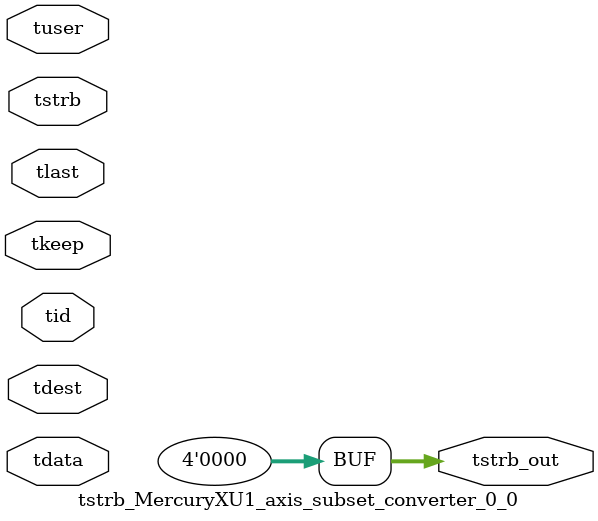
<source format=v>


`timescale 1ps/1ps

module tstrb_MercuryXU1_axis_subset_converter_0_0 #
(
parameter C_S_AXIS_TDATA_WIDTH = 32,
parameter C_S_AXIS_TUSER_WIDTH = 0,
parameter C_S_AXIS_TID_WIDTH   = 0,
parameter C_S_AXIS_TDEST_WIDTH = 0,
parameter C_M_AXIS_TDATA_WIDTH = 32
)
(
input  [(C_S_AXIS_TDATA_WIDTH == 0 ? 1 : C_S_AXIS_TDATA_WIDTH)-1:0     ] tdata,
input  [(C_S_AXIS_TUSER_WIDTH == 0 ? 1 : C_S_AXIS_TUSER_WIDTH)-1:0     ] tuser,
input  [(C_S_AXIS_TID_WIDTH   == 0 ? 1 : C_S_AXIS_TID_WIDTH)-1:0       ] tid,
input  [(C_S_AXIS_TDEST_WIDTH == 0 ? 1 : C_S_AXIS_TDEST_WIDTH)-1:0     ] tdest,
input  [(C_S_AXIS_TDATA_WIDTH/8)-1:0 ] tkeep,
input  [(C_S_AXIS_TDATA_WIDTH/8)-1:0 ] tstrb,
input                                                                    tlast,
output [(C_M_AXIS_TDATA_WIDTH/8)-1:0 ] tstrb_out
);

assign tstrb_out = {1'b0};

endmodule


</source>
